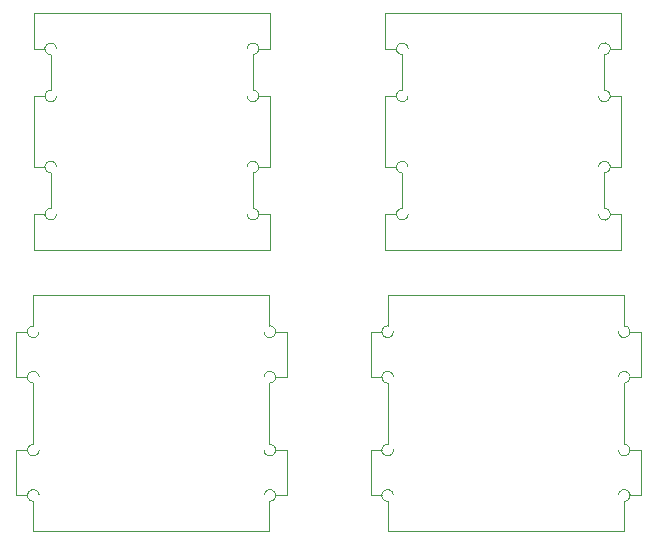
<source format=gbr>
%TF.GenerationSoftware,KiCad,Pcbnew,(6.0.8-1)-1*%
%TF.CreationDate,2022-10-27T21:36:15-07:00*%
%TF.ProjectId,A4-box,41342d62-6f78-42e6-9b69-6361645f7063,rev?*%
%TF.SameCoordinates,Original*%
%TF.FileFunction,Profile,NP*%
%FSLAX46Y46*%
G04 Gerber Fmt 4.6, Leading zero omitted, Abs format (unit mm)*
G04 Created by KiCad (PCBNEW (6.0.8-1)-1) date 2022-10-27 21:36:15*
%MOMM*%
%LPD*%
G01*
G04 APERTURE LIST*
%TA.AperFunction,Profile*%
%ADD10C,0.100000*%
%TD*%
G04 APERTURE END LIST*
D10*
X44814625Y-34021302D02*
X43878533Y-34021302D01*
X44814383Y-40027684D02*
X44814625Y-34021302D01*
X43878483Y-40027684D02*
X44814383Y-40027684D01*
X43382933Y-40535003D02*
G75*
G03*
X42878591Y-40027684I-4438J499938D01*
G01*
X43374141Y-43529600D02*
X43374141Y-40535035D01*
X42878510Y-44029581D02*
G75*
G03*
X43382933Y-43529600I499985J16D01*
G01*
X43878533Y-44027684D02*
X43878537Y-44029581D01*
X44814383Y-44027684D02*
X43878533Y-44027684D01*
X44814625Y-47027883D02*
X44814383Y-44027684D01*
X24814625Y-47027883D02*
X44814625Y-47027883D01*
X24814625Y-44027684D02*
X24814625Y-47027883D01*
X25757411Y-44027684D02*
X24814625Y-44027684D01*
X26261803Y-43529602D02*
G75*
G03*
X26757403Y-44027684I-4398J-499983D01*
G01*
X26253011Y-40535035D02*
X26253011Y-43529600D01*
X26757330Y-40027684D02*
G75*
G03*
X26261803Y-40535035I-499935J-7381D01*
G01*
X24814625Y-40027684D02*
X25757461Y-40027684D01*
X24814625Y-34021302D02*
X24814625Y-40027684D01*
X25757411Y-34021302D02*
X24814625Y-34021302D01*
X26260618Y-33519413D02*
G75*
G03*
X26757403Y-34021302I-3213J-499992D01*
G01*
X26254196Y-30524869D02*
X26254196Y-33519417D01*
X26757396Y-30021302D02*
G75*
G03*
X26260618Y-30524869I-500001J-3563D01*
G01*
X24814625Y-30021302D02*
X25757420Y-30021302D01*
X24814625Y-27027883D02*
X24814625Y-30021302D01*
X44814625Y-27027883D02*
X24814625Y-27027883D01*
X44814625Y-30021302D02*
X44814625Y-27027883D01*
X43878524Y-30021302D02*
X44814625Y-30021302D01*
X43381748Y-30524812D02*
G75*
G03*
X42878550Y-30021302I-3253J499947D01*
G01*
X43375326Y-33519417D02*
X43375326Y-30524869D01*
X42878540Y-34021302D02*
G75*
G03*
X43381748Y-33519417I499955J1937D01*
G01*
X74575377Y-34021302D02*
X73639285Y-34021302D01*
X74575135Y-40027684D02*
X74575377Y-34021302D01*
X73639234Y-40027684D02*
X74575135Y-40027684D01*
X73143684Y-40535052D02*
G75*
G03*
X72639343Y-40027684I-4389J499987D01*
G01*
X73134893Y-43529600D02*
X73134893Y-40535035D01*
X72639311Y-44029581D02*
G75*
G03*
X73143684Y-43529600I499984J16D01*
G01*
X73639285Y-44027684D02*
X73639289Y-44029581D01*
X74575135Y-44027684D02*
X73639285Y-44027684D01*
X74575377Y-47027883D02*
X74575135Y-44027684D01*
X54575377Y-47027883D02*
X74575377Y-47027883D01*
X54575377Y-44027684D02*
X54575377Y-47027883D01*
X55518163Y-44027684D02*
X54575377Y-44027684D01*
X56022555Y-43529620D02*
G75*
G03*
X56518155Y-44027684I-4360J-499945D01*
G01*
X56013763Y-40535035D02*
X56013763Y-43529600D01*
X56518130Y-40027684D02*
G75*
G03*
X56022555Y-40535035I-499935J-7381D01*
G01*
X54575377Y-40027684D02*
X55518213Y-40027684D01*
X54575377Y-34021302D02*
X54575377Y-40027684D01*
X55518163Y-34021302D02*
X54575377Y-34021302D01*
X56021370Y-33519411D02*
G75*
G03*
X56518155Y-34021302I-3175J-499954D01*
G01*
X56014948Y-30524869D02*
X56014948Y-33519417D01*
X56518196Y-30021302D02*
G75*
G03*
X56021370Y-30524869I-500001J-3563D01*
G01*
X54575377Y-30021302D02*
X55518172Y-30021302D01*
X54575377Y-27027883D02*
X54575377Y-30021302D01*
X74575377Y-27027883D02*
X54575377Y-27027883D01*
X74575377Y-30021302D02*
X74575377Y-27027883D01*
X73639276Y-30021302D02*
X74575377Y-30021302D01*
X73142500Y-30524861D02*
G75*
G03*
X72639302Y-30021302I-3205J499996D01*
G01*
X73136078Y-33519417D02*
X73136078Y-30524869D01*
X72639341Y-34021302D02*
G75*
G03*
X73142500Y-33519417I499954J1937D01*
G01*
X25279434Y-57780002D02*
G75*
G03*
X24781588Y-58326140I-497839J-46163D01*
G01*
X23340551Y-57780000D02*
X24283721Y-57780000D01*
X23340551Y-53980000D02*
X23340551Y-57780000D01*
X24281593Y-53980000D02*
X23340551Y-53980000D01*
X24781588Y-53482121D02*
G75*
G03*
X25281584Y-53980000I-3J-500004D01*
G01*
X24781588Y-50886582D02*
X24781588Y-53482121D01*
X44781588Y-50886582D02*
X24781588Y-50886582D01*
X44781588Y-53483206D02*
X44781588Y-50886582D01*
X44314451Y-53982121D02*
G75*
G03*
X44847415Y-53483206I500044J-44D01*
G01*
X45314497Y-53980000D02*
X45314501Y-53982121D01*
X46222625Y-53980000D02*
X45314497Y-53980000D01*
X46222625Y-57780000D02*
X46222625Y-53980000D01*
X45312368Y-57780000D02*
X46222625Y-57780000D01*
X44847416Y-58325076D02*
G75*
G03*
X44316635Y-57780000I-32921J498911D01*
G01*
X44781588Y-63505781D02*
X44781588Y-58325055D01*
X44314526Y-64004696D02*
G75*
G03*
X44847415Y-63505781I499969J31D01*
G01*
X45314166Y-63986382D02*
X45314501Y-64004696D01*
X46223810Y-63986382D02*
X45314166Y-63986382D01*
X46223810Y-67786382D02*
X46223810Y-63986382D01*
X45310601Y-67786382D02*
X46223810Y-67786382D01*
X44847415Y-68347635D02*
G75*
G03*
X44318402Y-67786382I-32910J498920D01*
G01*
X44781588Y-70886582D02*
X44781588Y-68347630D01*
X24781588Y-70886582D02*
X44781588Y-70886582D01*
X24781588Y-68348714D02*
X24781588Y-70886582D01*
X25277749Y-67786374D02*
G75*
G03*
X24781588Y-68348714I-496154J-62291D01*
G01*
X23339366Y-67786382D02*
X24285489Y-67786382D01*
X23339366Y-63986382D02*
X23339366Y-67786382D01*
X24281924Y-63986382D02*
X23339366Y-63986382D01*
X24781588Y-63504692D02*
G75*
G03*
X25281253Y-63986382I-3J-500003D01*
G01*
X24781588Y-58326140D02*
X24781588Y-63504696D01*
X55278835Y-57780006D02*
G75*
G03*
X54781037Y-58326140I-497840J-46159D01*
G01*
X53340000Y-57780000D02*
X54283171Y-57780000D01*
X53340000Y-53980000D02*
X53340000Y-57780000D01*
X54281042Y-53980000D02*
X53340000Y-53980000D01*
X54781037Y-53482122D02*
G75*
G03*
X55281033Y-53980000I-42J-500043D01*
G01*
X54781037Y-50886582D02*
X54781037Y-53482121D01*
X74781037Y-50886582D02*
X54781037Y-50886582D01*
X74781037Y-53483206D02*
X74781037Y-50886582D01*
X74313955Y-53982121D02*
G75*
G03*
X74846864Y-53483206I500040J-44D01*
G01*
X75313946Y-53980000D02*
X75313951Y-53982121D01*
X76222075Y-53980000D02*
X75313946Y-53980000D01*
X76222075Y-57780000D02*
X76222075Y-53980000D01*
X75311817Y-57780000D02*
X76222075Y-57780000D01*
X74846869Y-58325130D02*
G75*
G03*
X74316084Y-57780000I-32874J498965D01*
G01*
X74781037Y-63505781D02*
X74781037Y-58325055D01*
X74314029Y-64004696D02*
G75*
G03*
X74846864Y-63505781I499966J31D01*
G01*
X75313615Y-63986382D02*
X75313951Y-64004696D01*
X76223259Y-63986382D02*
X75313615Y-63986382D01*
X76223259Y-67786382D02*
X76223259Y-63986382D01*
X75310050Y-67786382D02*
X76223259Y-67786382D01*
X74846863Y-68347622D02*
G75*
G03*
X74317851Y-67786382I-32868J498957D01*
G01*
X74781037Y-70886582D02*
X74781037Y-68347630D01*
X54781037Y-70886582D02*
X74781037Y-70886582D01*
X54781037Y-68348714D02*
X54781037Y-70886582D01*
X55277150Y-67786380D02*
G75*
G03*
X54781037Y-68348714I-496155J-62285D01*
G01*
X53338816Y-67786382D02*
X54284938Y-67786382D01*
X53338816Y-63986382D02*
X53338816Y-67786382D01*
X54281373Y-63986382D02*
X53338816Y-63986382D01*
X54781037Y-63504624D02*
G75*
G03*
X55280702Y-63986382I-42J-500041D01*
G01*
X54781037Y-58326140D02*
X54781037Y-63504696D01*
M02*

</source>
